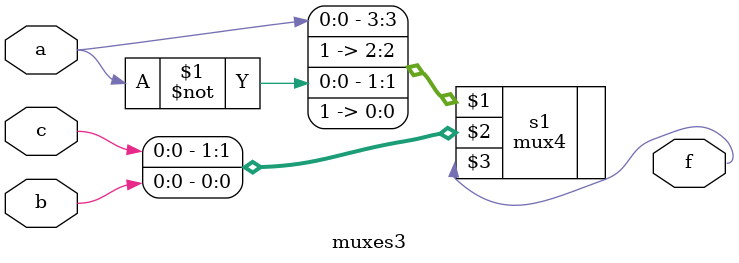
<source format=v>
module muxes3(a,b,c,f);
input a,b,c;
output f;
mux4 s1({a,1'b1,~a,1'b1},{c,b},f);
endmodule

</source>
